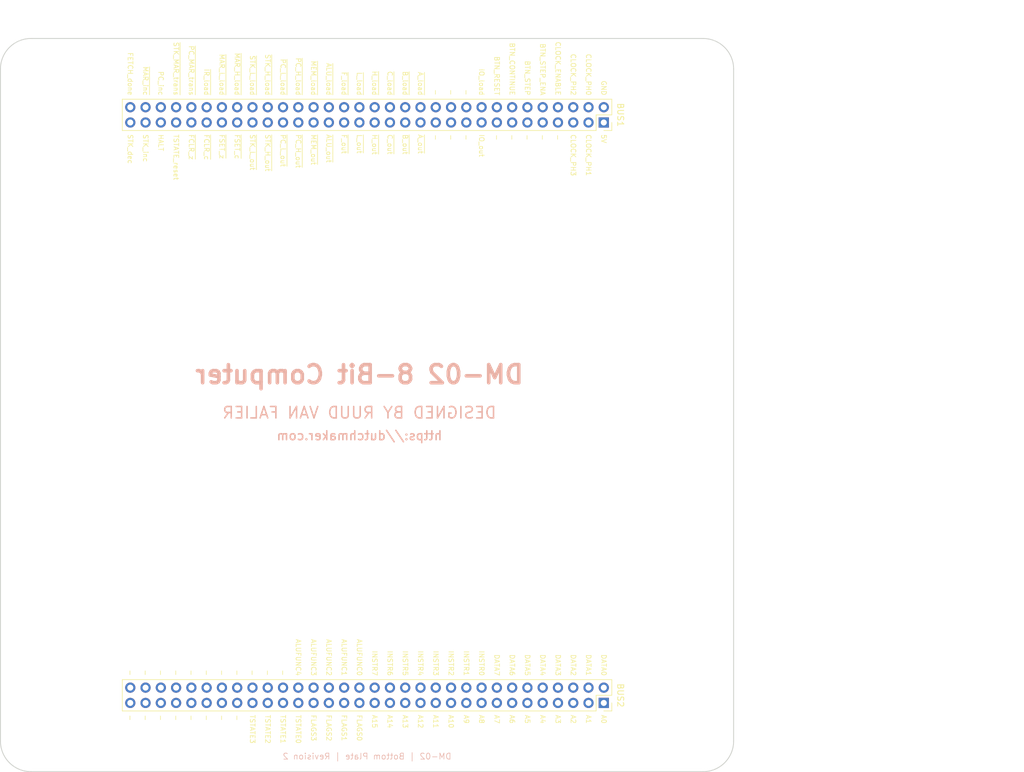
<source format=kicad_pcb>
(kicad_pcb (version 20171130) (host pcbnew "(5.1.6-0-10_14)")

  (general
    (thickness 1.6)
    (drawings 142)
    (tracks 0)
    (zones 0)
    (modules 6)
    (nets 129)
  )

  (page A4)
  (layers
    (0 F.Cu signal hide)
    (31 B.Cu signal)
    (32 B.Adhes user hide)
    (33 F.Adhes user hide)
    (34 B.Paste user)
    (35 F.Paste user)
    (36 B.SilkS user)
    (37 F.SilkS user)
    (38 B.Mask user hide)
    (39 F.Mask user)
    (40 Dwgs.User user)
    (41 Cmts.User user hide)
    (42 Eco1.User user hide)
    (43 Eco2.User user hide)
    (44 Edge.Cuts user)
    (45 Margin user)
    (46 B.CrtYd user hide)
    (47 F.CrtYd user hide)
    (48 B.Fab user hide)
    (49 F.Fab user hide)
  )

  (setup
    (last_trace_width 0.25)
    (trace_clearance 0.2)
    (zone_clearance 0.508)
    (zone_45_only no)
    (trace_min 0.2)
    (via_size 0.8)
    (via_drill 0.4)
    (via_min_size 0.4)
    (via_min_drill 0.3)
    (uvia_size 0.3)
    (uvia_drill 0.1)
    (uvias_allowed no)
    (uvia_min_size 0.2)
    (uvia_min_drill 0.1)
    (edge_width 0.15)
    (segment_width 0.2)
    (pcb_text_width 0.3)
    (pcb_text_size 1.5 1.5)
    (mod_edge_width 0.15)
    (mod_text_size 1 1)
    (mod_text_width 0.15)
    (pad_size 1.524 1.524)
    (pad_drill 0.762)
    (pad_to_mask_clearance 0.051)
    (solder_mask_min_width 0.25)
    (aux_axis_origin 0 0)
    (grid_origin 26.67 26.67)
    (visible_elements 7FFFFFFF)
    (pcbplotparams
      (layerselection 0x010fc_ffffffff)
      (usegerberextensions false)
      (usegerberattributes false)
      (usegerberadvancedattributes false)
      (creategerberjobfile false)
      (excludeedgelayer true)
      (linewidth 0.100000)
      (plotframeref false)
      (viasonmask false)
      (mode 1)
      (useauxorigin false)
      (hpglpennumber 1)
      (hpglpenspeed 20)
      (hpglpendiameter 15.000000)
      (psnegative false)
      (psa4output false)
      (plotreference true)
      (plotvalue true)
      (plotinvisibletext false)
      (padsonsilk false)
      (subtractmaskfromsilk false)
      (outputformat 1)
      (mirror false)
      (drillshape 0)
      (scaleselection 1)
      (outputdirectory "gerber/"))
  )

  (net 0 "")
  (net 1 "Net-(BUS1-Pad24)")
  (net 2 "Net-(BUS1-Pad23)")
  (net 3 "Net-(BUS1-Pad22)")
  (net 4 "Net-(BUS1-Pad21)")
  (net 5 "Net-(BUS1-Pad20)")
  (net 6 "Net-(BUS1-Pad19)")
  (net 7 "Net-(BUS2-Pad64)")
  (net 8 "Net-(BUS2-Pad63)")
  (net 9 "Net-(BUS2-Pad62)")
  (net 10 "Net-(BUS2-Pad61)")
  (net 11 "Net-(BUS2-Pad60)")
  (net 12 "Net-(BUS2-Pad59)")
  (net 13 "Net-(BUS2-Pad58)")
  (net 14 "Net-(BUS2-Pad57)")
  (net 15 "Net-(BUS2-Pad56)")
  (net 16 "Net-(BUS2-Pad55)")
  (net 17 "Net-(BUS2-Pad54)")
  (net 18 "Net-(BUS2-Pad53)")
  (net 19 "Net-(BUS2-Pad52)")
  (net 20 "Net-(BUS2-Pad51)")
  (net 21 "Net-(BUS2-Pad50)")
  (net 22 "Net-(BUS2-Pad49)")
  (net 23 /STK_dec)
  (net 24 /FETCH_done)
  (net 25 /STK_inc)
  (net 26 /HALT)
  (net 27 /PC_inc)
  (net 28 /TSTATE_reset)
  (net 29 /IO_out)
  (net 30 /IO_load)
  (net 31 /BTN_RESET)
  (net 32 /BTN_CONTINUE)
  (net 33 /BTN_STEP)
  (net 34 /BTN_STEP_ENABLE)
  (net 35 /CLOCK_ENABLE)
  (net 36 /CLOCK_PH3)
  (net 37 /CLOCK_PH2)
  (net 38 /CLOCK_PH1)
  (net 39 /CLOCK_PH0)
  (net 40 /5V)
  (net 41 /GND)
  (net 42 /TSTATE3)
  (net 43 /TSTATE2)
  (net 44 /TSTATE1)
  (net 45 /TSTATE0)
  (net 46 /ALUFUNC4)
  (net 47 /FLAGS3)
  (net 48 /ALUFUNC3)
  (net 49 /FLAGS2)
  (net 50 /ALUFUNC2)
  (net 51 /FLAGS1)
  (net 52 /ALUFUNC1)
  (net 53 /FLAGS0)
  (net 54 /ALUFUNC0)
  (net 55 /A15)
  (net 56 /INSTR7)
  (net 57 /A14)
  (net 58 /INSTR6)
  (net 59 /A13)
  (net 60 /INSTR5)
  (net 61 /A12)
  (net 62 /INSTR4)
  (net 63 /A11)
  (net 64 /INSTR3)
  (net 65 /A10)
  (net 66 /INSTR2)
  (net 67 /A9)
  (net 68 /INSTR1)
  (net 69 /A8)
  (net 70 /INSTR0)
  (net 71 /A7)
  (net 72 /DATA7)
  (net 73 /A6)
  (net 74 /DATA6)
  (net 75 /A5)
  (net 76 /DATA5)
  (net 77 /A4)
  (net 78 /DATA4)
  (net 79 /A3)
  (net 80 /DATA3)
  (net 81 /A2)
  (net 82 /DATA2)
  (net 83 /A1)
  (net 84 /DATA1)
  (net 85 /A0)
  (net 86 /DATA0)
  (net 87 /~MAR_inc)
  (net 88 /~STK_MAR_transfer)
  (net 89 /~PC_MAR_transfer)
  (net 90 /~FCLR_z)
  (net 91 /~IR_load)
  (net 92 /~FCLR_c)
  (net 93 /~MAR_L_load)
  (net 94 /~FSET_z)
  (net 95 /~MAR_H_load)
  (net 96 /~FSET_c)
  (net 97 /~STK_L_load)
  (net 98 /~STK_L_out)
  (net 99 /~STK_H_load)
  (net 100 /~STK_H_out)
  (net 101 /~PC_L_load)
  (net 102 /~PC_L_out)
  (net 103 /~PC_H_load)
  (net 104 /~PC_H_out)
  (net 105 /~MEM_load)
  (net 106 /~MEM_out)
  (net 107 /~ALU_load)
  (net 108 /~ALU_out)
  (net 109 /~F_load)
  (net 110 /~F_out)
  (net 111 /~L_load)
  (net 112 /~L_out)
  (net 113 /~H_load)
  (net 114 /~H_out)
  (net 115 /~C_load)
  (net 116 /~C_out)
  (net 117 /~B_load)
  (net 118 /~B_out)
  (net 119 /~A_load)
  (net 120 /~A_out)
  (net 121 "Net-(BUS1-Pad15)")
  (net 122 "Net-(BUS1-Pad13)")
  (net 123 "Net-(BUS1-Pad11)")
  (net 124 "Net-(BUS1-Pad9)")
  (net 125 "Net-(BUS1-Pad7)")
  (net 126 "Net-(BUS2-Pad48)")
  (net 127 "Net-(BUS2-Pad46)")
  (net 128 "Net-(BUS2-Pad44)")

  (net_class Default "This is the default net class."
    (clearance 0.2)
    (trace_width 0.25)
    (via_dia 0.8)
    (via_drill 0.4)
    (uvia_dia 0.3)
    (uvia_drill 0.1)
    (add_net /5V)
    (add_net /A0)
    (add_net /A1)
    (add_net /A10)
    (add_net /A11)
    (add_net /A12)
    (add_net /A13)
    (add_net /A14)
    (add_net /A15)
    (add_net /A2)
    (add_net /A3)
    (add_net /A4)
    (add_net /A5)
    (add_net /A6)
    (add_net /A7)
    (add_net /A8)
    (add_net /A9)
    (add_net /ALUFUNC0)
    (add_net /ALUFUNC1)
    (add_net /ALUFUNC2)
    (add_net /ALUFUNC3)
    (add_net /ALUFUNC4)
    (add_net /BTN_CONTINUE)
    (add_net /BTN_RESET)
    (add_net /BTN_STEP)
    (add_net /BTN_STEP_ENABLE)
    (add_net /CLOCK_ENABLE)
    (add_net /CLOCK_PH0)
    (add_net /CLOCK_PH1)
    (add_net /CLOCK_PH2)
    (add_net /CLOCK_PH3)
    (add_net /DATA0)
    (add_net /DATA1)
    (add_net /DATA2)
    (add_net /DATA3)
    (add_net /DATA4)
    (add_net /DATA5)
    (add_net /DATA6)
    (add_net /DATA7)
    (add_net /FETCH_done)
    (add_net /FLAGS0)
    (add_net /FLAGS1)
    (add_net /FLAGS2)
    (add_net /FLAGS3)
    (add_net /GND)
    (add_net /HALT)
    (add_net /INSTR0)
    (add_net /INSTR1)
    (add_net /INSTR2)
    (add_net /INSTR3)
    (add_net /INSTR4)
    (add_net /INSTR5)
    (add_net /INSTR6)
    (add_net /INSTR7)
    (add_net /IO_load)
    (add_net /IO_out)
    (add_net /PC_inc)
    (add_net /STK_dec)
    (add_net /STK_inc)
    (add_net /TSTATE0)
    (add_net /TSTATE1)
    (add_net /TSTATE2)
    (add_net /TSTATE3)
    (add_net /TSTATE_reset)
    (add_net /~ALU_load)
    (add_net /~ALU_out)
    (add_net /~A_load)
    (add_net /~A_out)
    (add_net /~B_load)
    (add_net /~B_out)
    (add_net /~C_load)
    (add_net /~C_out)
    (add_net /~FCLR_c)
    (add_net /~FCLR_z)
    (add_net /~FSET_c)
    (add_net /~FSET_z)
    (add_net /~F_load)
    (add_net /~F_out)
    (add_net /~H_load)
    (add_net /~H_out)
    (add_net /~IR_load)
    (add_net /~L_load)
    (add_net /~L_out)
    (add_net /~MAR_H_load)
    (add_net /~MAR_L_load)
    (add_net /~MAR_inc)
    (add_net /~MEM_load)
    (add_net /~MEM_out)
    (add_net /~PC_H_load)
    (add_net /~PC_H_out)
    (add_net /~PC_L_load)
    (add_net /~PC_L_out)
    (add_net /~PC_MAR_transfer)
    (add_net /~STK_H_load)
    (add_net /~STK_H_out)
    (add_net /~STK_L_load)
    (add_net /~STK_L_out)
    (add_net /~STK_MAR_transfer)
    (add_net "Net-(BUS1-Pad11)")
    (add_net "Net-(BUS1-Pad13)")
    (add_net "Net-(BUS1-Pad15)")
    (add_net "Net-(BUS1-Pad19)")
    (add_net "Net-(BUS1-Pad20)")
    (add_net "Net-(BUS1-Pad21)")
    (add_net "Net-(BUS1-Pad22)")
    (add_net "Net-(BUS1-Pad23)")
    (add_net "Net-(BUS1-Pad24)")
    (add_net "Net-(BUS1-Pad7)")
    (add_net "Net-(BUS1-Pad9)")
    (add_net "Net-(BUS2-Pad44)")
    (add_net "Net-(BUS2-Pad46)")
    (add_net "Net-(BUS2-Pad48)")
    (add_net "Net-(BUS2-Pad49)")
    (add_net "Net-(BUS2-Pad50)")
    (add_net "Net-(BUS2-Pad51)")
    (add_net "Net-(BUS2-Pad52)")
    (add_net "Net-(BUS2-Pad53)")
    (add_net "Net-(BUS2-Pad54)")
    (add_net "Net-(BUS2-Pad55)")
    (add_net "Net-(BUS2-Pad56)")
    (add_net "Net-(BUS2-Pad57)")
    (add_net "Net-(BUS2-Pad58)")
    (add_net "Net-(BUS2-Pad59)")
    (add_net "Net-(BUS2-Pad60)")
    (add_net "Net-(BUS2-Pad61)")
    (add_net "Net-(BUS2-Pad62)")
    (add_net "Net-(BUS2-Pad63)")
    (add_net "Net-(BUS2-Pad64)")
  )

  (module Connector_PinSocket_2.54mm:PinSocket_2x32_P2.54mm_Vertical (layer F.Cu) (tedit 5A19A428) (tstamp 5EF9B92D)
    (at 127 137.16 270)
    (descr "Through hole straight socket strip, 2x32, 2.54mm pitch, double cols (from Kicad 4.0.7), script generated")
    (tags "Through hole socket strip THT 2x32 2.54mm double row")
    (path /5EC6B636)
    (fp_text reference BUS2 (at -1.27 -2.77 270 unlocked) (layer F.SilkS)
      (effects (font (size 1 1) (thickness 0.15)))
    )
    (fp_text value Conn_02x32_Odd_Even (at -1.27 81.51 90) (layer F.Fab)
      (effects (font (size 0.8 0.8) (thickness 0.12)))
    )
    (fp_line (start -3.81 -1.27) (end 0.27 -1.27) (layer F.Fab) (width 0.1))
    (fp_line (start 0.27 -1.27) (end 1.27 -0.27) (layer F.Fab) (width 0.1))
    (fp_line (start 1.27 -0.27) (end 1.27 80.01) (layer F.Fab) (width 0.1))
    (fp_line (start 1.27 80.01) (end -3.81 80.01) (layer F.Fab) (width 0.1))
    (fp_line (start -3.81 80.01) (end -3.81 -1.27) (layer F.Fab) (width 0.1))
    (fp_line (start -3.87 -1.33) (end -1.27 -1.33) (layer F.SilkS) (width 0.12))
    (fp_line (start -3.87 -1.33) (end -3.87 80.07) (layer F.SilkS) (width 0.12))
    (fp_line (start -3.87 80.07) (end 1.33 80.07) (layer F.SilkS) (width 0.12))
    (fp_line (start 1.33 1.27) (end 1.33 80.07) (layer F.SilkS) (width 0.12))
    (fp_line (start -1.27 1.27) (end 1.33 1.27) (layer F.SilkS) (width 0.12))
    (fp_line (start -1.27 -1.33) (end -1.27 1.27) (layer F.SilkS) (width 0.12))
    (fp_line (start 1.33 -1.33) (end 1.33 0) (layer F.SilkS) (width 0.12))
    (fp_line (start 0 -1.33) (end 1.33 -1.33) (layer F.SilkS) (width 0.12))
    (fp_line (start -4.34 -1.8) (end 1.76 -1.8) (layer F.CrtYd) (width 0.05))
    (fp_line (start 1.76 -1.8) (end 1.76 80.55) (layer F.CrtYd) (width 0.05))
    (fp_line (start 1.76 80.55) (end -4.34 80.55) (layer F.CrtYd) (width 0.05))
    (fp_line (start -4.34 80.55) (end -4.34 -1.8) (layer F.CrtYd) (width 0.05))
    (fp_text user %R (at -1.27 39.37) (layer F.Fab)
      (effects (font (size 0.8 0.8) (thickness 0.12)))
    )
    (pad 64 thru_hole oval (at -2.54 78.74 270) (size 1.7 1.7) (drill 1) (layers *.Cu *.Mask)
      (net 7 "Net-(BUS2-Pad64)"))
    (pad 63 thru_hole oval (at 0 78.74 270) (size 1.7 1.7) (drill 1) (layers *.Cu *.Mask)
      (net 8 "Net-(BUS2-Pad63)"))
    (pad 62 thru_hole oval (at -2.54 76.2 270) (size 1.7 1.7) (drill 1) (layers *.Cu *.Mask)
      (net 9 "Net-(BUS2-Pad62)"))
    (pad 61 thru_hole oval (at 0 76.2 270) (size 1.7 1.7) (drill 1) (layers *.Cu *.Mask)
      (net 10 "Net-(BUS2-Pad61)"))
    (pad 60 thru_hole oval (at -2.54 73.66 270) (size 1.7 1.7) (drill 1) (layers *.Cu *.Mask)
      (net 11 "Net-(BUS2-Pad60)"))
    (pad 59 thru_hole oval (at 0 73.66 270) (size 1.7 1.7) (drill 1) (layers *.Cu *.Mask)
      (net 12 "Net-(BUS2-Pad59)"))
    (pad 58 thru_hole oval (at -2.54 71.12 270) (size 1.7 1.7) (drill 1) (layers *.Cu *.Mask)
      (net 13 "Net-(BUS2-Pad58)"))
    (pad 57 thru_hole oval (at 0 71.12 270) (size 1.7 1.7) (drill 1) (layers *.Cu *.Mask)
      (net 14 "Net-(BUS2-Pad57)"))
    (pad 56 thru_hole oval (at -2.54 68.58 270) (size 1.7 1.7) (drill 1) (layers *.Cu *.Mask)
      (net 15 "Net-(BUS2-Pad56)"))
    (pad 55 thru_hole oval (at 0 68.58 270) (size 1.7 1.7) (drill 1) (layers *.Cu *.Mask)
      (net 16 "Net-(BUS2-Pad55)"))
    (pad 54 thru_hole oval (at -2.54 66.04 270) (size 1.7 1.7) (drill 1) (layers *.Cu *.Mask)
      (net 17 "Net-(BUS2-Pad54)"))
    (pad 53 thru_hole oval (at 0 66.04 270) (size 1.7 1.7) (drill 1) (layers *.Cu *.Mask)
      (net 18 "Net-(BUS2-Pad53)"))
    (pad 52 thru_hole oval (at -2.54 63.5 270) (size 1.7 1.7) (drill 1) (layers *.Cu *.Mask)
      (net 19 "Net-(BUS2-Pad52)"))
    (pad 51 thru_hole oval (at 0 63.5 270) (size 1.7 1.7) (drill 1) (layers *.Cu *.Mask)
      (net 20 "Net-(BUS2-Pad51)"))
    (pad 50 thru_hole oval (at -2.54 60.96 270) (size 1.7 1.7) (drill 1) (layers *.Cu *.Mask)
      (net 21 "Net-(BUS2-Pad50)"))
    (pad 49 thru_hole oval (at 0 60.96 270) (size 1.7 1.7) (drill 1) (layers *.Cu *.Mask)
      (net 22 "Net-(BUS2-Pad49)"))
    (pad 48 thru_hole oval (at -2.54 58.42 270) (size 1.7 1.7) (drill 1) (layers *.Cu *.Mask)
      (net 126 "Net-(BUS2-Pad48)"))
    (pad 47 thru_hole oval (at 0 58.42 270) (size 1.7 1.7) (drill 1) (layers *.Cu *.Mask)
      (net 42 /TSTATE3))
    (pad 46 thru_hole oval (at -2.54 55.88 270) (size 1.7 1.7) (drill 1) (layers *.Cu *.Mask)
      (net 127 "Net-(BUS2-Pad46)"))
    (pad 45 thru_hole oval (at 0 55.88 270) (size 1.7 1.7) (drill 1) (layers *.Cu *.Mask)
      (net 43 /TSTATE2))
    (pad 44 thru_hole oval (at -2.54 53.34 270) (size 1.7 1.7) (drill 1) (layers *.Cu *.Mask)
      (net 128 "Net-(BUS2-Pad44)"))
    (pad 43 thru_hole oval (at 0 53.34 270) (size 1.7 1.7) (drill 1) (layers *.Cu *.Mask)
      (net 44 /TSTATE1))
    (pad 42 thru_hole oval (at -2.54 50.8 270) (size 1.7 1.7) (drill 1) (layers *.Cu *.Mask)
      (net 46 /ALUFUNC4))
    (pad 41 thru_hole oval (at 0 50.8 270) (size 1.7 1.7) (drill 1) (layers *.Cu *.Mask)
      (net 45 /TSTATE0))
    (pad 40 thru_hole oval (at -2.54 48.26 270) (size 1.7 1.7) (drill 1) (layers *.Cu *.Mask)
      (net 48 /ALUFUNC3))
    (pad 39 thru_hole oval (at 0 48.26 270) (size 1.7 1.7) (drill 1) (layers *.Cu *.Mask)
      (net 47 /FLAGS3))
    (pad 38 thru_hole oval (at -2.54 45.72 270) (size 1.7 1.7) (drill 1) (layers *.Cu *.Mask)
      (net 50 /ALUFUNC2))
    (pad 37 thru_hole oval (at 0 45.72 270) (size 1.7 1.7) (drill 1) (layers *.Cu *.Mask)
      (net 49 /FLAGS2))
    (pad 36 thru_hole oval (at -2.54 43.18 270) (size 1.7 1.7) (drill 1) (layers *.Cu *.Mask)
      (net 52 /ALUFUNC1))
    (pad 35 thru_hole oval (at 0 43.18 270) (size 1.7 1.7) (drill 1) (layers *.Cu *.Mask)
      (net 51 /FLAGS1))
    (pad 34 thru_hole oval (at -2.54 40.64 270) (size 1.7 1.7) (drill 1) (layers *.Cu *.Mask)
      (net 54 /ALUFUNC0))
    (pad 33 thru_hole oval (at 0 40.64 270) (size 1.7 1.7) (drill 1) (layers *.Cu *.Mask)
      (net 53 /FLAGS0))
    (pad 32 thru_hole oval (at -2.54 38.1 270) (size 1.7 1.7) (drill 1) (layers *.Cu *.Mask)
      (net 56 /INSTR7))
    (pad 31 thru_hole oval (at 0 38.1 270) (size 1.7 1.7) (drill 1) (layers *.Cu *.Mask)
      (net 55 /A15))
    (pad 30 thru_hole oval (at -2.54 35.56 270) (size 1.7 1.7) (drill 1) (layers *.Cu *.Mask)
      (net 58 /INSTR6))
    (pad 29 thru_hole oval (at 0 35.56 270) (size 1.7 1.7) (drill 1) (layers *.Cu *.Mask)
      (net 57 /A14))
    (pad 28 thru_hole oval (at -2.54 33.02 270) (size 1.7 1.7) (drill 1) (layers *.Cu *.Mask)
      (net 60 /INSTR5))
    (pad 27 thru_hole oval (at 0 33.02 270) (size 1.7 1.7) (drill 1) (layers *.Cu *.Mask)
      (net 59 /A13))
    (pad 26 thru_hole oval (at -2.54 30.48 270) (size 1.7 1.7) (drill 1) (layers *.Cu *.Mask)
      (net 62 /INSTR4))
    (pad 25 thru_hole oval (at 0 30.48 270) (size 1.7 1.7) (drill 1) (layers *.Cu *.Mask)
      (net 61 /A12))
    (pad 24 thru_hole oval (at -2.54 27.94 270) (size 1.7 1.7) (drill 1) (layers *.Cu *.Mask)
      (net 64 /INSTR3))
    (pad 23 thru_hole oval (at 0 27.94 270) (size 1.7 1.7) (drill 1) (layers *.Cu *.Mask)
      (net 63 /A11))
    (pad 22 thru_hole oval (at -2.54 25.4 270) (size 1.7 1.7) (drill 1) (layers *.Cu *.Mask)
      (net 66 /INSTR2))
    (pad 21 thru_hole oval (at 0 25.4 270) (size 1.7 1.7) (drill 1) (layers *.Cu *.Mask)
      (net 65 /A10))
    (pad 20 thru_hole oval (at -2.54 22.86 270) (size 1.7 1.7) (drill 1) (layers *.Cu *.Mask)
      (net 68 /INSTR1))
    (pad 19 thru_hole oval (at 0 22.86 270) (size 1.7 1.7) (drill 1) (layers *.Cu *.Mask)
      (net 67 /A9))
    (pad 18 thru_hole oval (at -2.54 20.32 270) (size 1.7 1.7) (drill 1) (layers *.Cu *.Mask)
      (net 70 /INSTR0))
    (pad 17 thru_hole oval (at 0 20.32 270) (size 1.7 1.7) (drill 1) (layers *.Cu *.Mask)
      (net 69 /A8))
    (pad 16 thru_hole oval (at -2.54 17.78 270) (size 1.7 1.7) (drill 1) (layers *.Cu *.Mask)
      (net 72 /DATA7))
    (pad 15 thru_hole oval (at 0 17.78 270) (size 1.7 1.7) (drill 1) (layers *.Cu *.Mask)
      (net 71 /A7))
    (pad 14 thru_hole oval (at -2.54 15.24 270) (size 1.7 1.7) (drill 1) (layers *.Cu *.Mask)
      (net 74 /DATA6))
    (pad 13 thru_hole oval (at 0 15.24 270) (size 1.7 1.7) (drill 1) (layers *.Cu *.Mask)
      (net 73 /A6))
    (pad 12 thru_hole oval (at -2.54 12.7 270) (size 1.7 1.7) (drill 1) (layers *.Cu *.Mask)
      (net 76 /DATA5))
    (pad 11 thru_hole oval (at 0 12.7 270) (size 1.7 1.7) (drill 1) (layers *.Cu *.Mask)
      (net 75 /A5))
    (pad 10 thru_hole oval (at -2.54 10.16 270) (size 1.7 1.7) (drill 1) (layers *.Cu *.Mask)
      (net 78 /DATA4))
    (pad 9 thru_hole oval (at 0 10.16 270) (size 1.7 1.7) (drill 1) (layers *.Cu *.Mask)
      (net 77 /A4))
    (pad 8 thru_hole oval (at -2.54 7.62 270) (size 1.7 1.7) (drill 1) (layers *.Cu *.Mask)
      (net 80 /DATA3))
    (pad 7 thru_hole oval (at 0 7.62 270) (size 1.7 1.7) (drill 1) (layers *.Cu *.Mask)
      (net 79 /A3))
    (pad 6 thru_hole oval (at -2.54 5.08 270) (size 1.7 1.7) (drill 1) (layers *.Cu *.Mask)
      (net 82 /DATA2))
    (pad 5 thru_hole oval (at 0 5.08 270) (size 1.7 1.7) (drill 1) (layers *.Cu *.Mask)
      (net 81 /A2))
    (pad 4 thru_hole oval (at -2.54 2.54 270) (size 1.7 1.7) (drill 1) (layers *.Cu *.Mask)
      (net 84 /DATA1))
    (pad 3 thru_hole oval (at 0 2.54 270) (size 1.7 1.7) (drill 1) (layers *.Cu *.Mask)
      (net 83 /A1))
    (pad 2 thru_hole oval (at -2.54 0 270) (size 1.7 1.7) (drill 1) (layers *.Cu *.Mask)
      (net 86 /DATA0))
    (pad 1 thru_hole rect (at 0 0 270) (size 1.7 1.7) (drill 1) (layers *.Cu *.Mask)
      (net 85 /A0))
    (model ${KISYS3DMOD}/Connector_PinSocket_2.54mm.3dshapes/PinSocket_2x32_P2.54mm_Vertical.wrl
      (at (xyz 0 0 0))
      (scale (xyz 1 1 1))
      (rotate (xyz 0 0 0))
    )
  )

  (module Connector_PinSocket_2.54mm:PinSocket_2x32_P2.54mm_Vertical (layer F.Cu) (tedit 5A19A428) (tstamp 5EF9B6C8)
    (at 127 40.64 270)
    (descr "Through hole straight socket strip, 2x32, 2.54mm pitch, double cols (from Kicad 4.0.7), script generated")
    (tags "Through hole socket strip THT 2x32 2.54mm double row")
    (path /5EC3909D)
    (fp_text reference BUS1 (at -1.27 -2.77 270 unlocked) (layer F.SilkS)
      (effects (font (size 1 1) (thickness 0.15)))
    )
    (fp_text value Conn_02x32_Odd_Even (at -1.27 81.51 90) (layer F.Fab)
      (effects (font (size 0.8 0.8) (thickness 0.12)))
    )
    (fp_line (start -3.81 -1.27) (end 0.27 -1.27) (layer F.Fab) (width 0.1))
    (fp_line (start 0.27 -1.27) (end 1.27 -0.27) (layer F.Fab) (width 0.1))
    (fp_line (start 1.27 -0.27) (end 1.27 80.01) (layer F.Fab) (width 0.1))
    (fp_line (start 1.27 80.01) (end -3.81 80.01) (layer F.Fab) (width 0.1))
    (fp_line (start -3.81 80.01) (end -3.81 -1.27) (layer F.Fab) (width 0.1))
    (fp_line (start -3.87 -1.33) (end -1.27 -1.33) (layer F.SilkS) (width 0.12))
    (fp_line (start -3.87 -1.33) (end -3.87 80.07) (layer F.SilkS) (width 0.12))
    (fp_line (start -3.87 80.07) (end 1.33 80.07) (layer F.SilkS) (width 0.12))
    (fp_line (start 1.33 1.27) (end 1.33 80.07) (layer F.SilkS) (width 0.12))
    (fp_line (start -1.27 1.27) (end 1.33 1.27) (layer F.SilkS) (width 0.12))
    (fp_line (start -1.27 -1.33) (end -1.27 1.27) (layer F.SilkS) (width 0.12))
    (fp_line (start 1.33 -1.33) (end 1.33 0) (layer F.SilkS) (width 0.12))
    (fp_line (start 0 -1.33) (end 1.33 -1.33) (layer F.SilkS) (width 0.12))
    (fp_line (start -4.34 -1.8) (end 1.76 -1.8) (layer F.CrtYd) (width 0.05))
    (fp_line (start 1.76 -1.8) (end 1.76 80.55) (layer F.CrtYd) (width 0.05))
    (fp_line (start 1.76 80.55) (end -4.34 80.55) (layer F.CrtYd) (width 0.05))
    (fp_line (start -4.34 80.55) (end -4.34 -1.8) (layer F.CrtYd) (width 0.05))
    (fp_text user %R (at -1.27 39.37) (layer F.Fab)
      (effects (font (size 0.8 0.8) (thickness 0.12)))
    )
    (pad 64 thru_hole oval (at -2.54 78.74 270) (size 1.7 1.7) (drill 1) (layers *.Cu *.Mask)
      (net 24 /FETCH_done))
    (pad 63 thru_hole oval (at 0 78.74 270) (size 1.7 1.7) (drill 1) (layers *.Cu *.Mask)
      (net 23 /STK_dec))
    (pad 62 thru_hole oval (at -2.54 76.2 270) (size 1.7 1.7) (drill 1) (layers *.Cu *.Mask)
      (net 87 /~MAR_inc))
    (pad 61 thru_hole oval (at 0 76.2 270) (size 1.7 1.7) (drill 1) (layers *.Cu *.Mask)
      (net 25 /STK_inc))
    (pad 60 thru_hole oval (at -2.54 73.66 270) (size 1.7 1.7) (drill 1) (layers *.Cu *.Mask)
      (net 27 /PC_inc))
    (pad 59 thru_hole oval (at 0 73.66 270) (size 1.7 1.7) (drill 1) (layers *.Cu *.Mask)
      (net 26 /HALT))
    (pad 58 thru_hole oval (at -2.54 71.12 270) (size 1.7 1.7) (drill 1) (layers *.Cu *.Mask)
      (net 88 /~STK_MAR_transfer))
    (pad 57 thru_hole oval (at 0 71.12 270) (size 1.7 1.7) (drill 1) (layers *.Cu *.Mask)
      (net 28 /TSTATE_reset))
    (pad 56 thru_hole oval (at -2.54 68.58 270) (size 1.7 1.7) (drill 1) (layers *.Cu *.Mask)
      (net 89 /~PC_MAR_transfer))
    (pad 55 thru_hole oval (at 0 68.58 270) (size 1.7 1.7) (drill 1) (layers *.Cu *.Mask)
      (net 90 /~FCLR_z))
    (pad 54 thru_hole oval (at -2.54 66.04 270) (size 1.7 1.7) (drill 1) (layers *.Cu *.Mask)
      (net 91 /~IR_load))
    (pad 53 thru_hole oval (at 0 66.04 270) (size 1.7 1.7) (drill 1) (layers *.Cu *.Mask)
      (net 92 /~FCLR_c))
    (pad 52 thru_hole oval (at -2.54 63.5 270) (size 1.7 1.7) (drill 1) (layers *.Cu *.Mask)
      (net 93 /~MAR_L_load))
    (pad 51 thru_hole oval (at 0 63.5 270) (size 1.7 1.7) (drill 1) (layers *.Cu *.Mask)
      (net 94 /~FSET_z))
    (pad 50 thru_hole oval (at -2.54 60.96 270) (size 1.7 1.7) (drill 1) (layers *.Cu *.Mask)
      (net 95 /~MAR_H_load))
    (pad 49 thru_hole oval (at 0 60.96 270) (size 1.7 1.7) (drill 1) (layers *.Cu *.Mask)
      (net 96 /~FSET_c))
    (pad 48 thru_hole oval (at -2.54 58.42 270) (size 1.7 1.7) (drill 1) (layers *.Cu *.Mask)
      (net 97 /~STK_L_load))
    (pad 47 thru_hole oval (at 0 58.42 270) (size 1.7 1.7) (drill 1) (layers *.Cu *.Mask)
      (net 98 /~STK_L_out))
    (pad 46 thru_hole oval (at -2.54 55.88 270) (size 1.7 1.7) (drill 1) (layers *.Cu *.Mask)
      (net 99 /~STK_H_load))
    (pad 45 thru_hole oval (at 0 55.88 270) (size 1.7 1.7) (drill 1) (layers *.Cu *.Mask)
      (net 100 /~STK_H_out))
    (pad 44 thru_hole oval (at -2.54 53.34 270) (size 1.7 1.7) (drill 1) (layers *.Cu *.Mask)
      (net 101 /~PC_L_load))
    (pad 43 thru_hole oval (at 0 53.34 270) (size 1.7 1.7) (drill 1) (layers *.Cu *.Mask)
      (net 102 /~PC_L_out))
    (pad 42 thru_hole oval (at -2.54 50.8 270) (size 1.7 1.7) (drill 1) (layers *.Cu *.Mask)
      (net 103 /~PC_H_load))
    (pad 41 thru_hole oval (at 0 50.8 270) (size 1.7 1.7) (drill 1) (layers *.Cu *.Mask)
      (net 104 /~PC_H_out))
    (pad 40 thru_hole oval (at -2.54 48.26 270) (size 1.7 1.7) (drill 1) (layers *.Cu *.Mask)
      (net 105 /~MEM_load))
    (pad 39 thru_hole oval (at 0 48.26 270) (size 1.7 1.7) (drill 1) (layers *.Cu *.Mask)
      (net 106 /~MEM_out))
    (pad 38 thru_hole oval (at -2.54 45.72 270) (size 1.7 1.7) (drill 1) (layers *.Cu *.Mask)
      (net 107 /~ALU_load))
    (pad 37 thru_hole oval (at 0 45.72 270) (size 1.7 1.7) (drill 1) (layers *.Cu *.Mask)
      (net 108 /~ALU_out))
    (pad 36 thru_hole oval (at -2.54 43.18 270) (size 1.7 1.7) (drill 1) (layers *.Cu *.Mask)
      (net 109 /~F_load))
    (pad 35 thru_hole oval (at 0 43.18 270) (size 1.7 1.7) (drill 1) (layers *.Cu *.Mask)
      (net 110 /~F_out))
    (pad 34 thru_hole oval (at -2.54 40.64 270) (size 1.7 1.7) (drill 1) (layers *.Cu *.Mask)
      (net 111 /~L_load))
    (pad 33 thru_hole oval (at 0 40.64 270) (size 1.7 1.7) (drill 1) (layers *.Cu *.Mask)
      (net 112 /~L_out))
    (pad 32 thru_hole oval (at -2.54 38.1 270) (size 1.7 1.7) (drill 1) (layers *.Cu *.Mask)
      (net 113 /~H_load))
    (pad 31 thru_hole oval (at 0 38.1 270) (size 1.7 1.7) (drill 1) (layers *.Cu *.Mask)
      (net 114 /~H_out))
    (pad 30 thru_hole oval (at -2.54 35.56 270) (size 1.7 1.7) (drill 1) (layers *.Cu *.Mask)
      (net 115 /~C_load))
    (pad 29 thru_hole oval (at 0 35.56 270) (size 1.7 1.7) (drill 1) (layers *.Cu *.Mask)
      (net 116 /~C_out))
    (pad 28 thru_hole oval (at -2.54 33.02 270) (size 1.7 1.7) (drill 1) (layers *.Cu *.Mask)
      (net 117 /~B_load))
    (pad 27 thru_hole oval (at 0 33.02 270) (size 1.7 1.7) (drill 1) (layers *.Cu *.Mask)
      (net 118 /~B_out))
    (pad 26 thru_hole oval (at -2.54 30.48 270) (size 1.7 1.7) (drill 1) (layers *.Cu *.Mask)
      (net 119 /~A_load))
    (pad 25 thru_hole oval (at 0 30.48 270) (size 1.7 1.7) (drill 1) (layers *.Cu *.Mask)
      (net 120 /~A_out))
    (pad 24 thru_hole oval (at -2.54 27.94 270) (size 1.7 1.7) (drill 1) (layers *.Cu *.Mask)
      (net 1 "Net-(BUS1-Pad24)"))
    (pad 23 thru_hole oval (at 0 27.94 270) (size 1.7 1.7) (drill 1) (layers *.Cu *.Mask)
      (net 2 "Net-(BUS1-Pad23)"))
    (pad 22 thru_hole oval (at -2.54 25.4 270) (size 1.7 1.7) (drill 1) (layers *.Cu *.Mask)
      (net 3 "Net-(BUS1-Pad22)"))
    (pad 21 thru_hole oval (at 0 25.4 270) (size 1.7 1.7) (drill 1) (layers *.Cu *.Mask)
      (net 4 "Net-(BUS1-Pad21)"))
    (pad 20 thru_hole oval (at -2.54 22.86 270) (size 1.7 1.7) (drill 1) (layers *.Cu *.Mask)
      (net 5 "Net-(BUS1-Pad20)"))
    (pad 19 thru_hole oval (at 0 22.86 270) (size 1.7 1.7) (drill 1) (layers *.Cu *.Mask)
      (net 6 "Net-(BUS1-Pad19)"))
    (pad 18 thru_hole oval (at -2.54 20.32 270) (size 1.7 1.7) (drill 1) (layers *.Cu *.Mask)
      (net 30 /IO_load))
    (pad 17 thru_hole oval (at 0 20.32 270) (size 1.7 1.7) (drill 1) (layers *.Cu *.Mask)
      (net 29 /IO_out))
    (pad 16 thru_hole oval (at -2.54 17.78 270) (size 1.7 1.7) (drill 1) (layers *.Cu *.Mask)
      (net 31 /BTN_RESET))
    (pad 15 thru_hole oval (at 0 17.78 270) (size 1.7 1.7) (drill 1) (layers *.Cu *.Mask)
      (net 121 "Net-(BUS1-Pad15)"))
    (pad 14 thru_hole oval (at -2.54 15.24 270) (size 1.7 1.7) (drill 1) (layers *.Cu *.Mask)
      (net 32 /BTN_CONTINUE))
    (pad 13 thru_hole oval (at 0 15.24 270) (size 1.7 1.7) (drill 1) (layers *.Cu *.Mask)
      (net 122 "Net-(BUS1-Pad13)"))
    (pad 12 thru_hole oval (at -2.54 12.7 270) (size 1.7 1.7) (drill 1) (layers *.Cu *.Mask)
      (net 33 /BTN_STEP))
    (pad 11 thru_hole oval (at 0 12.7 270) (size 1.7 1.7) (drill 1) (layers *.Cu *.Mask)
      (net 123 "Net-(BUS1-Pad11)"))
    (pad 10 thru_hole oval (at -2.54 10.16 270) (size 1.7 1.7) (drill 1) (layers *.Cu *.Mask)
      (net 34 /BTN_STEP_ENABLE))
    (pad 9 thru_hole oval (at 0 10.16 270) (size 1.7 1.7) (drill 1) (layers *.Cu *.Mask)
      (net 124 "Net-(BUS1-Pad9)"))
    (pad 8 thru_hole oval (at -2.54 7.62 270) (size 1.7 1.7) (drill 1) (layers *.Cu *.Mask)
      (net 35 /CLOCK_ENABLE))
    (pad 7 thru_hole oval (at 0 7.62 270) (size 1.7 1.7) (drill 1) (layers *.Cu *.Mask)
      (net 125 "Net-(BUS1-Pad7)"))
    (pad 6 thru_hole oval (at -2.54 5.08 270) (size 1.7 1.7) (drill 1) (layers *.Cu *.Mask)
      (net 37 /CLOCK_PH2))
    (pad 5 thru_hole oval (at 0 5.08 270) (size 1.7 1.7) (drill 1) (layers *.Cu *.Mask)
      (net 36 /CLOCK_PH3))
    (pad 4 thru_hole oval (at -2.54 2.54 270) (size 1.7 1.7) (drill 1) (layers *.Cu *.Mask)
      (net 39 /CLOCK_PH0))
    (pad 3 thru_hole oval (at 0 2.54 270) (size 1.7 1.7) (drill 1) (layers *.Cu *.Mask)
      (net 38 /CLOCK_PH1))
    (pad 2 thru_hole oval (at -2.54 0 270) (size 1.7 1.7) (drill 1) (layers *.Cu *.Mask)
      (net 41 /GND))
    (pad 1 thru_hole rect (at 0 0 270) (size 1.7 1.7) (drill 1) (layers *.Cu *.Mask)
      (net 40 /5V))
    (model ${KISYS3DMOD}/Connector_PinSocket_2.54mm.3dshapes/PinSocket_2x32_P2.54mm_Vertical.wrl
      (at (xyz 0 0 0))
      (scale (xyz 1 1 1))
      (rotate (xyz 0 0 0))
    )
  )

  (module MountingHole:MountingHole_3.2mm_M3 (layer F.Cu) (tedit 56D1B4CB) (tstamp 5EF9A30D)
    (at 138.43 138.43)
    (descr "Mounting Hole 3.2mm, no annular, M3")
    (tags "mounting hole 3.2mm no annular m3")
    (path /5E971700)
    (attr virtual)
    (fp_text reference H3 (at 0 -4.2) (layer F.SilkS) hide
      (effects (font (size 0.8 0.8) (thickness 0.12)))
    )
    (fp_text value MountingHole (at 0 4.2) (layer F.Fab)
      (effects (font (size 0.8 0.8) (thickness 0.12)))
    )
    (fp_circle (center 0 0) (end 3.2 0) (layer Cmts.User) (width 0.15))
    (fp_circle (center 0 0) (end 3.45 0) (layer F.CrtYd) (width 0.05))
    (fp_text user %R (at 0.3 0) (layer F.Fab)
      (effects (font (size 0.8 0.8) (thickness 0.12)))
    )
    (pad 1 np_thru_hole circle (at 0 0) (size 3.2 3.2) (drill 3.2) (layers *.Cu *.Mask))
  )

  (module MountingHole:MountingHole_3.2mm_M3 (layer F.Cu) (tedit 5D77B335) (tstamp 5EF9A26C)
    (at 138.43 36.83)
    (descr "Mounting Hole 3.2mm, no annular, M3")
    (tags "mounting hole 3.2mm no annular m3")
    (path /5D77B482)
    (attr virtual)
    (fp_text reference H4 (at 0 -4.2) (layer F.SilkS) hide
      (effects (font (size 0.8 0.8) (thickness 0.12)))
    )
    (fp_text value MountingHole (at 0 4.2) (layer F.Fab) hide
      (effects (font (size 0.8 0.8) (thickness 0.12)))
    )
    (fp_circle (center 0 0) (end 3.2 0) (layer Cmts.User) (width 0.15))
    (fp_circle (center 0 0) (end 3.45 0) (layer F.CrtYd) (width 0.05))
    (fp_text user %R (at 0.3 0) (layer F.Fab)
      (effects (font (size 0.8 0.8) (thickness 0.12)))
    )
    (pad 1 np_thru_hole circle (at 0 0) (size 3.2 3.2) (drill 3.2) (layers *.Cu *.Mask))
  )

  (module MountingHole:MountingHole_3.2mm_M3 (layer F.Cu) (tedit 5D77B32B) (tstamp 5D8FADEB)
    (at 36.83 138.43)
    (descr "Mounting Hole 3.2mm, no annular, M3")
    (tags "mounting hole 3.2mm no annular m3")
    (path /5E971701)
    (attr virtual)
    (fp_text reference H2 (at 0 -4.2) (layer F.SilkS) hide
      (effects (font (size 0.8 0.8) (thickness 0.12)))
    )
    (fp_text value MountingHole (at 0 4.2) (layer F.Fab) hide
      (effects (font (size 0.8 0.8) (thickness 0.12)))
    )
    (fp_circle (center 0 0) (end 3.2 0) (layer Cmts.User) (width 0.15))
    (fp_circle (center 0 0) (end 3.45 0) (layer F.CrtYd) (width 0.05))
    (fp_text user %R (at 0.3 0) (layer F.Fab)
      (effects (font (size 0.8 0.8) (thickness 0.12)))
    )
    (pad 1 np_thru_hole circle (at 0 0) (size 3.2 3.2) (drill 3.2) (layers *.Cu *.Mask))
  )

  (module MountingHole:MountingHole_3.2mm_M3 (layer F.Cu) (tedit 5D77B31F) (tstamp 5EF9A2C5)
    (at 36.83 36.83)
    (descr "Mounting Hole 3.2mm, no annular, M3")
    (tags "mounting hole 3.2mm no annular m3")
    (path /5E9716FF)
    (attr virtual)
    (fp_text reference H1 (at 0 -4.2) (layer F.SilkS) hide
      (effects (font (size 0.8 0.8) (thickness 0.12)))
    )
    (fp_text value MountingHole (at 0 4.2) (layer F.Fab) hide
      (effects (font (size 0.8 0.8) (thickness 0.12)))
    )
    (fp_circle (center 0 0) (end 3.45 0) (layer F.CrtYd) (width 0.05))
    (fp_circle (center 0 0) (end 3.2 0) (layer Cmts.User) (width 0.15))
    (fp_text user %R (at 0.3 0) (layer F.Fab)
      (effects (font (size 0.8 0.8) (thickness 0.12)))
    )
    (pad 1 np_thru_hole circle (at 0 0) (size 3.2 3.2) (drill 3.2) (layers *.Cu *.Mask))
  )

  (gr_poly (pts (xy 196.85 85.09) (xy 176.53 85.09) (xy 176.53 71.12) (xy 196.85 71.12)) (layer Margin) (width 0.1) (tstamp 5EF9BF91))
  (gr_poly (pts (xy 179.07 30.48) (xy 168.91 30.48) (xy 168.91 20.32) (xy 179.07 20.32)) (layer Margin) (width 0.1) (tstamp 5EF9A2EA))
  (gr_text A10 (at 101.6 139.065 270) (layer F.SilkS) (tstamp 5EF9BA32)
    (effects (font (size 0.8 0.8) (thickness 0.12)) (justify left))
  )
  (gr_text A9 (at 104.14 139.065 270) (layer F.SilkS) (tstamp 5EF9BA5F)
    (effects (font (size 0.8 0.8) (thickness 0.12)) (justify left))
  )
  (gr_text A12 (at 96.52 139.065 270) (layer F.SilkS) (tstamp 5EF9BA3B)
    (effects (font (size 0.8 0.8) (thickness 0.12)) (justify left))
  )
  (gr_text A15 (at 88.9 139.065 270) (layer F.SilkS) (tstamp 5EF9BA5C)
    (effects (font (size 0.8 0.8) (thickness 0.12)) (justify left))
  )
  (gr_text A2 (at 121.92 139.065 270) (layer F.SilkS) (tstamp 5EF9BA71)
    (effects (font (size 0.8 0.8) (thickness 0.12)) (justify left))
  )
  (gr_text A14 (at 91.44 139.065 270) (layer F.SilkS) (tstamp 5EF9BA53)
    (effects (font (size 0.8 0.8) (thickness 0.12)) (justify left))
  )
  (gr_text FLAGS2 (at 81.28 139.065 270) (layer F.SilkS) (tstamp 5EF9BA59)
    (effects (font (size 0.8 0.8) (thickness 0.12)) (justify left))
  )
  (gr_text FLAGS0 (at 86.36 139.065 270) (layer F.SilkS) (tstamp 5EF9BA6B)
    (effects (font (size 0.8 0.8) (thickness 0.12)) (justify left))
  )
  (gr_text A13 (at 93.98 139.065 270) (layer F.SilkS) (tstamp 5EF9BA4D)
    (effects (font (size 0.8 0.8) (thickness 0.12)) (justify left))
  )
  (gr_text A8 (at 106.68 139.065 270) (layer F.SilkS) (tstamp 5EF9BA65)
    (effects (font (size 0.8 0.8) (thickness 0.12)) (justify left))
  )
  (gr_text - (at 48.26 139.065 270) (layer F.SilkS) (tstamp 5EF9BA6E)
    (effects (font (size 0.8 0.8) (thickness 0.12)) (justify left))
  )
  (gr_text FLAGS3 (at 78.74 139.065 270) (layer F.SilkS) (tstamp 5EF9BA77)
    (effects (font (size 0.8 0.8) (thickness 0.12)) (justify left))
  )
  (gr_text FLAGS1 (at 83.82 139.065 270) (layer F.SilkS) (tstamp 5EF9BA47)
    (effects (font (size 0.8 0.8) (thickness 0.12)) (justify left))
  )
  (gr_text A5 (at 114.3 139.065 270) (layer F.SilkS) (tstamp 5EF9BA44)
    (effects (font (size 0.8 0.8) (thickness 0.12)) (justify left))
  )
  (gr_text A3 (at 119.38 139.065 270) (layer F.SilkS) (tstamp 5EF9BA41)
    (effects (font (size 0.8 0.8) (thickness 0.12)) (justify left))
  )
  (gr_text A1 (at 124.46 139.065 270) (layer F.SilkS) (tstamp 5EF9BA4A)
    (effects (font (size 0.8 0.8) (thickness 0.12)) (justify left))
  )
  (gr_text A4 (at 116.84 139.065 270) (layer F.SilkS) (tstamp 5EF9BA3E)
    (effects (font (size 0.8 0.8) (thickness 0.12)) (justify left))
  )
  (gr_text A6 (at 111.76 139.065 270) (layer F.SilkS) (tstamp 5EF9BA7A)
    (effects (font (size 0.8 0.8) (thickness 0.12)) (justify left))
  )
  (gr_text A11 (at 99.06 139.065 270) (layer F.SilkS) (tstamp 5EF9BA68)
    (effects (font (size 0.8 0.8) (thickness 0.12)) (justify left))
  )
  (gr_text A0 (at 127 139.065 270) (layer F.SilkS) (tstamp 5EF9BA80)
    (effects (font (size 0.8 0.8) (thickness 0.12)) (justify left))
  )
  (gr_text A7 (at 109.22 139.065 270) (layer F.SilkS) (tstamp 5EF9BA74)
    (effects (font (size 0.8 0.8) (thickness 0.12)) (justify left))
  )
  (gr_text TSTATE0 (at 76.2 139.065 270) (layer F.SilkS) (tstamp 5EF9BA50)
    (effects (font (size 0.8 0.8) (thickness 0.12)) (justify left))
  )
  (gr_text - (at 58.42 139.065 270) (layer F.SilkS) (tstamp 5EF9BA35)
    (effects (font (size 0.8 0.8) (thickness 0.12)) (justify left))
  )
  (gr_text - (at 60.96 139.065 270) (layer F.SilkS) (tstamp 5EF9BA62)
    (effects (font (size 0.8 0.8) (thickness 0.12)) (justify left))
  )
  (gr_text - (at 50.8 139.065 270) (layer F.SilkS) (tstamp 5EF9BA7D)
    (effects (font (size 0.8 0.8) (thickness 0.12)) (justify left))
  )
  (gr_text TSTATE3 (at 68.58 139.065 270) (layer F.SilkS) (tstamp 5EF9BA38)
    (effects (font (size 0.8 0.8) (thickness 0.12)) (justify left))
  )
  (gr_text - (at 53.34 139.065 270) (layer F.SilkS) (tstamp 5EF9BA56)
    (effects (font (size 0.8 0.8) (thickness 0.12)) (justify left))
  )
  (gr_text - (at 63.5 139.065 270) (layer F.SilkS) (tstamp 5EF9BA29)
    (effects (font (size 0.8 0.8) (thickness 0.12)) (justify left))
  )
  (gr_text TSTATE1 (at 73.66 139.065 270) (layer F.SilkS) (tstamp 5EF9B9E1)
    (effects (font (size 0.8 0.8) (thickness 0.12)) (justify left))
  )
  (gr_text - (at 55.88 139.065 270) (layer F.SilkS) (tstamp 5EF9BA0E)
    (effects (font (size 0.8 0.8) (thickness 0.12)) (justify left))
  )
  (gr_text - (at 66.04 139.065 270) (layer F.SilkS) (tstamp 5EF9B9EA)
    (effects (font (size 0.8 0.8) (thickness 0.12)) (justify left))
  )
  (gr_text TSTATE2 (at 71.12 139.065 270) (layer F.SilkS) (tstamp 5EF9B9DE)
    (effects (font (size 0.8 0.8) (thickness 0.12)) (justify left))
  )
  (gr_text DATA0 (at 127 132.715 270) (layer F.SilkS) (tstamp 5EF9B9E7)
    (effects (font (size 0.8 0.8) (thickness 0.12)) (justify right))
  )
  (gr_text ALUFUNC0 (at 86.36 132.715 270) (layer F.SilkS) (tstamp 5EF9B9F6)
    (effects (font (size 0.8 0.8) (thickness 0.12)) (justify right))
  )
  (gr_text DATA6 (at 111.76 132.715 270) (layer F.SilkS) (tstamp 5EF9BA14)
    (effects (font (size 0.8 0.8) (thickness 0.12)) (justify right))
  )
  (gr_text ALUFUNC3 (at 78.74 132.715 270) (layer F.SilkS) (tstamp 5EF9B9E4)
    (effects (font (size 0.8 0.8) (thickness 0.12)) (justify right))
  )
  (gr_text DATA2 (at 121.92 132.715 270) (layer F.SilkS) (tstamp 5EF9B9D8)
    (effects (font (size 0.8 0.8) (thickness 0.12)) (justify right))
  )
  (gr_text DATA5 (at 114.3 132.715 270) (layer F.SilkS) (tstamp 5EF9BA20)
    (effects (font (size 0.8 0.8) (thickness 0.12)) (justify right))
  )
  (gr_text DATA7 (at 109.22 132.715 270) (layer F.SilkS) (tstamp 5EF9B9F0)
    (effects (font (size 0.8 0.8) (thickness 0.12)) (justify right))
  )
  (gr_text DATA3 (at 119.38 132.715 270) (layer F.SilkS) (tstamp 5EF9B9ED)
    (effects (font (size 0.8 0.8) (thickness 0.12)) (justify right))
  )
  (gr_text INSTR0 (at 106.68 132.715 270) (layer F.SilkS) (tstamp 5EF9BA1D)
    (effects (font (size 0.8 0.8) (thickness 0.12)) (justify right))
  )
  (gr_text INSTR2 (at 101.6 132.715 270) (layer F.SilkS) (tstamp 5EF9BA17)
    (effects (font (size 0.8 0.8) (thickness 0.12)) (justify right))
  )
  (gr_text INSTR3 (at 99.06 132.715 270) (layer F.SilkS) (tstamp 5EF9BA2F)
    (effects (font (size 0.8 0.8) (thickness 0.12)) (justify right))
  )
  (gr_text INSTR7 (at 88.9 132.715 270) (layer F.SilkS) (tstamp 5EF9B9DB)
    (effects (font (size 0.8 0.8) (thickness 0.12)) (justify right))
  )
  (gr_text INSTR4 (at 96.52 132.715 270) (layer F.SilkS) (tstamp 5EF9B9F9)
    (effects (font (size 0.8 0.8) (thickness 0.12)) (justify right))
  )
  (gr_text INSTR5 (at 93.98 132.715 270) (layer F.SilkS) (tstamp 5EF9BA1A)
    (effects (font (size 0.8 0.8) (thickness 0.12)) (justify right))
  )
  (gr_text ALUFUNC1 (at 83.82 132.715 270) (layer F.SilkS) (tstamp 5EF9BA11)
    (effects (font (size 0.8 0.8) (thickness 0.12)) (justify right))
  )
  (gr_text DATA1 (at 124.46 132.715 270) (layer F.SilkS) (tstamp 5EF9BA2C)
    (effects (font (size 0.8 0.8) (thickness 0.12)) (justify right))
  )
  (gr_text INSTR6 (at 91.44 132.715 270) (layer F.SilkS) (tstamp 5EF9BA23)
    (effects (font (size 0.8 0.8) (thickness 0.12)) (justify right))
  )
  (gr_text INSTR1 (at 104.14 132.715 270) (layer F.SilkS) (tstamp 5EF9BA05)
    (effects (font (size 0.8 0.8) (thickness 0.12)) (justify right))
  )
  (gr_text DATA4 (at 116.84 132.715 270) (layer F.SilkS) (tstamp 5EF9B9F3)
    (effects (font (size 0.8 0.8) (thickness 0.12)) (justify right))
  )
  (gr_text ALUFUNC2 (at 81.28 132.715 270) (layer F.SilkS) (tstamp 5EF9BA02)
    (effects (font (size 0.8 0.8) (thickness 0.12)) (justify right))
  )
  (gr_text ALUFUNC4 (at 76.2 132.715 270) (layer F.SilkS) (tstamp 5EF9BA0B)
    (effects (font (size 0.8 0.8) (thickness 0.12)) (justify right))
  )
  (gr_text - (at 60.96 132.715 270) (layer F.SilkS) (tstamp 5EF9BA26)
    (effects (font (size 0.8 0.8) (thickness 0.12)) (justify right))
  )
  (gr_text - (at 71.12 132.715 270) (layer F.SilkS) (tstamp 5EF9B9FC)
    (effects (font (size 0.8 0.8) (thickness 0.12)) (justify right))
  )
  (gr_text - (at 63.5 132.715 270) (layer F.SilkS) (tstamp 5EF9B9FF)
    (effects (font (size 0.8 0.8) (thickness 0.12)) (justify right))
  )
  (gr_text - (at 58.42 132.715 270) (layer F.SilkS) (tstamp 5EF9BA08)
    (effects (font (size 0.8 0.8) (thickness 0.12)) (justify right))
  )
  (gr_text - (at 68.58 132.715 270) (layer F.SilkS) (tstamp 5EF9BA89)
    (effects (font (size 0.8 0.8) (thickness 0.12)) (justify right))
  )
  (gr_text - (at 55.88 132.715 270) (layer F.SilkS) (tstamp 5EF9BA8F)
    (effects (font (size 0.8 0.8) (thickness 0.12)) (justify right))
  )
  (gr_text - (at 50.8 132.715 270) (layer F.SilkS) (tstamp 5EF9BA86)
    (effects (font (size 0.8 0.8) (thickness 0.12)) (justify right))
  )
  (gr_text - (at 48.26 132.715 270) (layer F.SilkS) (tstamp 5EF9BA83)
    (effects (font (size 0.8 0.8) (thickness 0.12)) (justify right))
  )
  (gr_text - (at 73.66 132.715 270) (layer F.SilkS) (tstamp 5EF9BA95)
    (effects (font (size 0.8 0.8) (thickness 0.12)) (justify right))
  )
  (gr_text - (at 53.34 132.715 270) (layer F.SilkS) (tstamp 5EF9BA8C)
    (effects (font (size 0.8 0.8) (thickness 0.12)) (justify right))
  )
  (gr_text - (at 66.04 132.715 270) (layer F.SilkS) (tstamp 5EF9BA92)
    (effects (font (size 0.8 0.8) (thickness 0.12)) (justify right))
  )
  (gr_text STK_dec (at 48.26 42.545 270) (layer F.SilkS) (tstamp 5EF9B824)
    (effects (font (size 0.8 0.8) (thickness 0.12)) (justify left))
  )
  (gr_text ~PC_L_out (at 73.66 42.545 270) (layer F.SilkS) (tstamp 5EF9B7B2)
    (effects (font (size 0.8 0.8) (thickness 0.12)) (justify left))
  )
  (gr_text ~PC_H_out (at 76.2 42.545 270) (layer F.SilkS) (tstamp 5EF9B7B8)
    (effects (font (size 0.8 0.8) (thickness 0.12)) (justify left))
  )
  (gr_text ~STK_L_out (at 68.58 42.545 270) (layer F.SilkS) (tstamp 5EF9B7CD)
    (effects (font (size 0.8 0.8) (thickness 0.12)) (justify left))
  )
  (gr_text ~FCLR_c (at 60.96 42.545 270) (layer F.SilkS) (tstamp 5EF9B81E)
    (effects (font (size 0.8 0.8) (thickness 0.12)) (justify left))
  )
  (gr_text ~FSET_z (at 63.5 42.545 270) (layer F.SilkS) (tstamp 5EF9B7D9)
    (effects (font (size 0.8 0.8) (thickness 0.12)) (justify left))
  )
  (gr_text HALT (at 53.34 42.545 270) (layer F.SilkS) (tstamp 5EF9B815)
    (effects (font (size 0.8 0.8) (thickness 0.12)) (justify left))
  )
  (gr_text ~FCLR_z (at 58.42 42.545 270) (layer F.SilkS) (tstamp 5EF9B80C)
    (effects (font (size 0.8 0.8) (thickness 0.12)) (justify left))
  )
  (gr_text ~FSET_c (at 66.04 42.545 270) (layer F.SilkS) (tstamp 5EF9B81B)
    (effects (font (size 0.8 0.8) (thickness 0.12)) (justify left))
  )
  (gr_text STK_inc (at 50.8 42.545 270) (layer F.SilkS) (tstamp 5EF9B80F)
    (effects (font (size 0.8 0.8) (thickness 0.12)) (justify left))
  )
  (gr_text TSTATE_reset (at 55.88 42.545 270) (layer F.SilkS) (tstamp 5EF9B7D6)
    (effects (font (size 0.8 0.8) (thickness 0.12)) (justify left))
  )
  (gr_text ~STK_H_out (at 71.12 42.545 270) (layer F.SilkS) (tstamp 5EF9B7FA)
    (effects (font (size 0.8 0.8) (thickness 0.12)) (justify left))
  )
  (gr_text - (at 109.22 42.545 270) (layer F.SilkS) (tstamp 5EF9B7E8)
    (effects (font (size 0.8 0.8) (thickness 0.12)) (justify left))
  )
  (gr_text 5V (at 127 42.545 270) (layer F.SilkS) (tstamp 5EF9B82D)
    (effects (font (size 0.8 0.8) (thickness 0.12)) (justify left))
  )
  (gr_text - (at 99.06 42.545 270) (layer F.SilkS) (tstamp 5EF9B7C7)
    (effects (font (size 0.8 0.8) (thickness 0.12)) (justify left))
  )
  (gr_text - (at 111.76 42.545 270) (layer F.SilkS) (tstamp 5EF9B7C4)
    (effects (font (size 0.8 0.8) (thickness 0.12)) (justify left))
  )
  (gr_text - (at 116.84 42.545 270) (layer F.SilkS) (tstamp 5EF9B7EE)
    (effects (font (size 0.8 0.8) (thickness 0.12)) (justify left))
  )
  (gr_text CLOCK_PH1 (at 124.46 42.545 270) (layer F.SilkS) (tstamp 5EF9B818)
    (effects (font (size 0.8 0.8) (thickness 0.12)) (justify left))
  )
  (gr_text - (at 119.38 42.545 270) (layer F.SilkS) (tstamp 5EF9B7F7)
    (effects (font (size 0.8 0.8) (thickness 0.12)) (justify left))
  )
  (gr_text - (at 114.3 42.545 270) (layer F.SilkS) (tstamp 5EF9B7FD)
    (effects (font (size 0.8 0.8) (thickness 0.12)) (justify left))
  )
  (gr_text ~F_out (at 83.82 42.545 270) (layer F.SilkS) (tstamp 5EF9B803)
    (effects (font (size 0.8 0.8) (thickness 0.12)) (justify left))
  )
  (gr_text ~MEM_out (at 78.74 42.545 270) (layer F.SilkS) (tstamp 5EF9B806)
    (effects (font (size 0.8 0.8) (thickness 0.12)) (justify left))
  )
  (gr_text - (at 101.6 42.545 270) (layer F.SilkS) (tstamp 5EF9B800)
    (effects (font (size 0.8 0.8) (thickness 0.12)) (justify left))
  )
  (gr_text - (at 104.14 42.545 270) (layer F.SilkS) (tstamp 5EF9B830)
    (effects (font (size 0.8 0.8) (thickness 0.12)) (justify left))
  )
  (gr_text ~A_out (at 96.52 42.545 270) (layer F.SilkS) (tstamp 5EF9B82A)
    (effects (font (size 0.8 0.8) (thickness 0.12)) (justify left))
  )
  (gr_text ~H_out (at 88.9 42.545 270) (layer F.SilkS) (tstamp 5EF9B7D3)
    (effects (font (size 0.8 0.8) (thickness 0.12)) (justify left))
  )
  (gr_text CLOCK_PH3 (at 121.92 42.545 270) (layer F.SilkS) (tstamp 5EF9B7BB)
    (effects (font (size 0.8 0.8) (thickness 0.12)) (justify left))
  )
  (gr_text ~C_out (at 91.44 42.545 270) (layer F.SilkS) (tstamp 5EF9B809)
    (effects (font (size 0.8 0.8) (thickness 0.12)) (justify left))
  )
  (gr_text ~ALU_out (at 81.28 42.545 270) (layer F.SilkS) (tstamp 5EF9B7EB)
    (effects (font (size 0.8 0.8) (thickness 0.12)) (justify left))
  )
  (gr_text ~L_out (at 86.36 42.545 270) (layer F.SilkS) (tstamp 5EF9B7F1)
    (effects (font (size 0.8 0.8) (thickness 0.12)) (justify left))
  )
  (gr_text ~B_out (at 93.98 42.545 270) (layer F.SilkS) (tstamp 5EF9B7C1)
    (effects (font (size 0.8 0.8) (thickness 0.12)) (justify left))
  )
  (gr_text IO_out (at 106.68 42.545 270) (layer F.SilkS) (tstamp 5EF9B821)
    (effects (font (size 0.8 0.8) (thickness 0.12)) (justify left))
  )
  (gr_text ~MAR_H_load (at 66.04 36.195 270) (layer F.SilkS) (tstamp 5EF9B7BE)
    (effects (font (size 0.8 0.8) (thickness 0.12)) (justify right))
  )
  (gr_text PC_inc (at 53.34 36.195 270) (layer F.SilkS) (tstamp 5EF9B827)
    (effects (font (size 0.8 0.8) (thickness 0.12)) (justify right))
  )
  (gr_text ~PC_L_load (at 73.66 36.195 270) (layer F.SilkS) (tstamp 5EF9B7F4)
    (effects (font (size 0.8 0.8) (thickness 0.12)) (justify right))
  )
  (gr_text FETCH_done (at 48.26 36.195 270) (layer F.SilkS) (tstamp 5EF9B7B5)
    (effects (font (size 0.8 0.8) (thickness 0.12)) (justify right))
  )
  (gr_text ~MAR_inc (at 50.8 36.195 270) (layer F.SilkS) (tstamp 5EF9B812)
    (effects (font (size 0.8 0.8) (thickness 0.12)) (justify right))
  )
  (gr_text ~STK_MAR_trans (at 55.88 36.195 270) (layer F.SilkS) (tstamp 5EF9B7DC)
    (effects (font (size 0.8 0.8) (thickness 0.12)) (justify right))
  )
  (gr_text ~STK_L_load (at 68.58 36.195 270) (layer F.SilkS) (tstamp 5EF9B7CA)
    (effects (font (size 0.8 0.8) (thickness 0.12)) (justify right))
  )
  (gr_text ~PC_MAR_trans (at 58.42 36.195 270) (layer F.SilkS) (tstamp 5EF9B7D0)
    (effects (font (size 0.8 0.8) (thickness 0.12)) (justify right))
  )
  (gr_text ~MAR_L_load (at 63.5 36.195 270) (layer F.SilkS) (tstamp 5EF9B7DF)
    (effects (font (size 0.8 0.8) (thickness 0.12)) (justify right))
  )
  (gr_text ~STK_H_load (at 71.12 36.195 270) (layer F.SilkS) (tstamp 5EF9B7E5)
    (effects (font (size 0.8 0.8) (thickness 0.12)) (justify right))
  )
  (gr_text ~IR_load (at 60.96 36.195 270) (layer F.SilkS) (tstamp 5EF9B7E2)
    (effects (font (size 0.8 0.8) (thickness 0.12)) (justify right))
  )
  (gr_text ~PC_H_load (at 76.2 36.195 270) (layer F.SilkS) (tstamp 5EF9B7A9)
    (effects (font (size 0.8 0.8) (thickness 0.12)) (justify right))
  )
  (gr_text ~ALU_load (at 81.28 36.195 270) (layer F.SilkS) (tstamp 5EF9B7A3)
    (effects (font (size 0.8 0.8) (thickness 0.12)) (justify right))
  )
  (gr_text BTN_STEP_ENA (at 116.84 36.195 270) (layer F.SilkS) (tstamp 5EF9B7A0)
    (effects (font (size 0.8 0.8) (thickness 0.12)) (justify right))
  )
  (gr_text - (at 104.14 36.195 270) (layer F.SilkS) (tstamp 5EF9B7AF)
    (effects (font (size 0.8 0.8) (thickness 0.12)) (justify right))
  )
  (gr_text ~C_load (at 91.44 36.195 270) (layer F.SilkS) (tstamp 5EF9B7AC)
    (effects (font (size 0.8 0.8) (thickness 0.12)) (justify right))
  )
  (gr_text CLOCK_PH0 (at 124.46 36.195 270) (layer F.SilkS) (tstamp 5EF9B773)
    (effects (font (size 0.8 0.8) (thickness 0.12)) (justify right))
  )
  (gr_text ~F_load (at 83.82 36.195 270) (layer F.SilkS) (tstamp 5EF9B78B)
    (effects (font (size 0.8 0.8) (thickness 0.12)) (justify right))
  )
  (gr_text ~B_load (at 93.98 36.195 270) (layer F.SilkS) (tstamp 5EF9B77C)
    (effects (font (size 0.8 0.8) (thickness 0.12)) (justify right))
  )
  (gr_text ~A_load (at 96.52 36.195 270) (layer F.SilkS) (tstamp 5EF9B776)
    (effects (font (size 0.8 0.8) (thickness 0.12)) (justify right))
  )
  (gr_text ~H_load (at 88.9 36.195 270) (layer F.SilkS) (tstamp 5EF9B779)
    (effects (font (size 0.8 0.8) (thickness 0.12)) (justify right))
  )
  (gr_text - (at 99.06 36.195 270) (layer F.SilkS) (tstamp 5EF9B77F)
    (effects (font (size 0.8 0.8) (thickness 0.12)) (justify right))
  )
  (gr_text - (at 101.6 36.195 270) (layer F.SilkS) (tstamp 5EF9B782)
    (effects (font (size 0.8 0.8) (thickness 0.12)) (justify right))
  )
  (gr_text IO_load (at 106.68 36.195 270) (layer F.SilkS) (tstamp 5EF9B785)
    (effects (font (size 0.8 0.8) (thickness 0.12)) (justify right))
  )
  (gr_text CLOCK_ENABLE (at 119.38 36.195 270) (layer F.SilkS) (tstamp 5EF9B797)
    (effects (font (size 0.8 0.8) (thickness 0.12)) (justify right))
  )
  (gr_text BTN_RESET (at 109.22 36.195 270) (layer F.SilkS) (tstamp 5EF9B794)
    (effects (font (size 0.8 0.8) (thickness 0.12)) (justify right))
  )
  (gr_text BTN_STEP (at 114.3 36.195 270) (layer F.SilkS) (tstamp 5EF9B78E)
    (effects (font (size 0.8 0.8) (thickness 0.12)) (justify right))
  )
  (gr_text CLOCK_PH2 (at 121.92 36.195 270) (layer F.SilkS) (tstamp 5EF9B788)
    (effects (font (size 0.8 0.8) (thickness 0.12)) (justify right))
  )
  (gr_text ~MEM_load (at 78.74 36.195 270) (layer F.SilkS) (tstamp 5EF9B791)
    (effects (font (size 0.8 0.8) (thickness 0.12)) (justify right))
  )
  (gr_text BTN_CONTINUE (at 111.76 36.195 270) (layer F.SilkS) (tstamp 5EF9B79A)
    (effects (font (size 0.8 0.8) (thickness 0.12)) (justify right))
  )
  (gr_text ~L_load (at 86.36 36.195 270) (layer F.SilkS) (tstamp 5EF9B7A6)
    (effects (font (size 0.8 0.8) (thickness 0.12)) (justify right))
  )
  (gr_text GND (at 127 36.195 270) (layer F.SilkS) (tstamp 5EF9B79D)
    (effects (font (size 0.8 0.8) (thickness 0.12)) (justify right))
  )
  (gr_text "DM-02 | Bottom Plate | Revision 2" (at 87.63 146.05) (layer B.SilkS) (tstamp 5D77ED11)
    (effects (font (size 1 1) (thickness 0.1)) (justify mirror))
  )
  (gr_arc (start 143.51 31.75) (end 148.59 31.75) (angle -90) (layer Edge.Cuts) (width 0.15) (tstamp 5EF9BD4E))
  (gr_arc (start 31.75 31.75) (end 31.75 26.67) (angle -90) (layer Edge.Cuts) (width 0.15) (tstamp 5E9714A0))
  (gr_arc (start 31.75 143.51) (end 26.67 143.51) (angle -90) (layer Edge.Cuts) (width 0.15) (tstamp 5E9714A1))
  (gr_arc (start 143.51 143.51) (end 143.51 148.59) (angle -90) (layer Edge.Cuts) (width 0.15) (tstamp 5E9714A2))
  (gr_line (start 143.51 148.59) (end 31.75 148.59) (layer Edge.Cuts) (width 0.15) (tstamp 5EF9A246))
  (gr_line (start 31.75 26.67) (end 143.51 26.67) (layer Edge.Cuts) (width 0.15) (tstamp 5EF9A27E))
  (gr_line (start 148.59 31.75) (end 148.59 143.51) (layer Edge.Cuts) (width 0.15) (tstamp 5E9714A5))
  (gr_line (start 26.67 143.51) (end 26.67 31.75) (layer Edge.Cuts) (width 0.15) (tstamp 5E9714A6))
  (gr_text https://dutchmaker.com (at 86.36 92.71) (layer B.SilkS) (tstamp 5EF9BFA0)
    (effects (font (size 1.48 1.48) (thickness 0.25)) (justify mirror))
  )
  (gr_text "DESIGNED BY RUUD VAN FALIER" (at 86.36 88.9) (layer B.SilkS) (tstamp 5EF9BF9D)
    (effects (font (size 1.9 1.9) (thickness 0.25)) (justify mirror))
  )
  (gr_text "DM-02 8-Bit Computer" (at 86.36 82.55) (layer B.SilkS) (tstamp 5EF9BF9A)
    (effects (font (size 3 3) (thickness 0.6)) (justify mirror))
  )

  (zone (net 0) (net_name "") (layer F.Cu) (tstamp 5EF9A27B) (hatch edge 0.508)
    (connect_pads (clearance 0.508))
    (min_thickness 0.254)
    (fill (arc_segments 32) (thermal_gap 0.508) (thermal_bridge_width 0.508))
    (polygon
      (pts
        (xy 147.32 147.32) (xy 26.67 147.32) (xy 26.67 26.67) (xy 147.32 26.67)
      )
    )
  )
)

</source>
